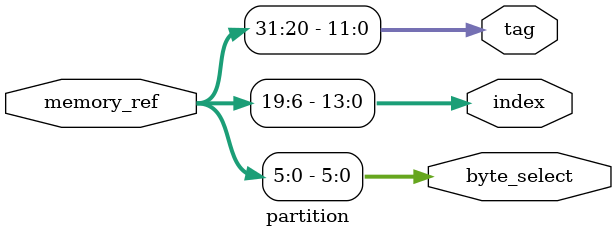
<source format=sv>
module partition(
  input  logic [31:0] memory_ref,     
  output logic [5:0]  byte_select,     
  output logic [13:0] index,          
  output logic [11:0] tag              
);

  always_comb begin
    byte_select = memory_ref[5:0];    
    index = memory_ref[19:6];          
    tag = memory_ref[31:20];          
  end

endmodule

/*module partition_tb;
  logic [31:0] memory_ref;
  logic [5:0]  byte_select;
  logic [13:0] index;
  logic [11:0] tag;

  partition dut (memory_ref,byte_select,index,tag);
  initial begin
    memory_ref = 32'hFFFFFFFF;
    #1;
    $display("Memory Ref: %h", memory_ref);
    $display("Byte Select: %h", byte_select);
    $display("Index: %h", index);
    $display("Tag: %h", tag);
  end
endmodule
*/

</source>
